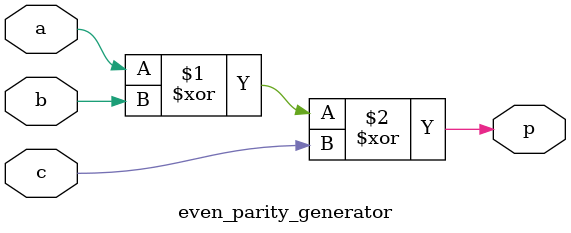
<source format=v>
module even_parity_generator(input a,b,c, output p);
  assign p = (a^b^c);
endmodule

</source>
